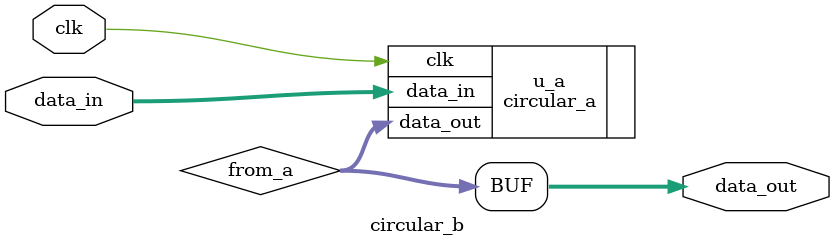
<source format=sv>

module circular_b (
  input logic clk,
  input logic [7:0] data_in,
  output logic [7:0] data_out
);
  
  logic [7:0] from_a;
  
  // This creates a circular dependency
  circular_a u_a (
    .clk(clk),
    .data_in(data_in),
    .data_out(from_a)
  );
  
  assign data_out = from_a;
  
endmodule


</source>
